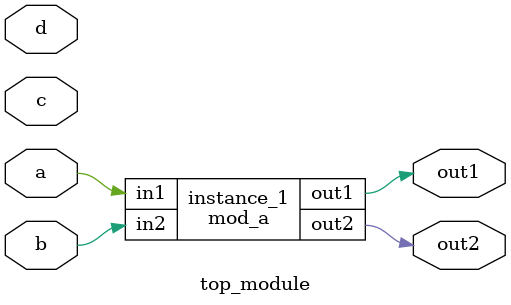
<source format=v>
module mod_a (
    input in1,        
    input in2,       
    input in3,
    input in4,    
    output out1,
    output out2        
);

assign out1 = in1 & in2;  
assign out2 = in3 & in4;
endmodule

module top_module ( 
    input a, 
    input b, 
    input c,
    input d,
    output out1,
    output out2
);


mod_a instance_1 (
    .in1(a),
    .in2(b),
    .out1(out1),
    .out2(out2)
);

endmodule

</source>
